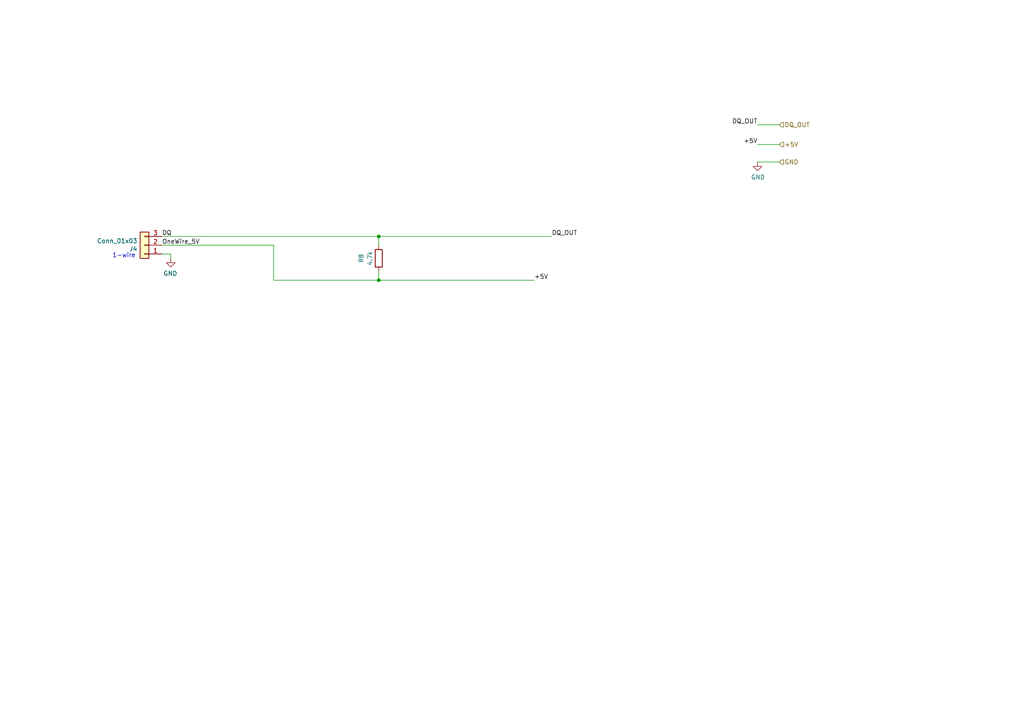
<source format=kicad_sch>
(kicad_sch (version 20211123) (generator eeschema)
  (paper "A4")
  (lib_symbols
    (symbol "Connector_Generic:Conn_01x03" (pin_names (offset 1.016) hide)
      (property "Reference" "J" (at 0 5.08 0))
      (property "Value" "Conn_01x03" (at 0 -5.08 0))
      (symbol "Conn_01x03_1_1"
        (rectangle (start -1.27 -2.413) (end 0 -2.667) (stroke (width 0.1524)))
        (rectangle (start -1.27 0.127) (end 0 -0.127) (stroke (width 0.1524)))
        (rectangle (start -1.27 2.667) (end 0 2.413) (stroke (width 0.1524)))
        (rectangle (start -1.27 3.81) (end 1.27 -3.81) (stroke (width 0.254)) (fill (type background)))
        (pin passive line (at -5.08 2.54 0) (length 3.81) (name "Pin_1") (number "1"))
        (pin passive line (at -5.08 0 0) (length 3.81) (name "Pin_2") (number "2"))
        (pin passive line (at -5.08 -2.54 0) (length 3.81) (name "Pin_3") (number "3"))
      )
    )
    (symbol "Device:R" (pin_numbers hide) (pin_names (offset 0))
      (property "Reference" "R" (at 2.032 0 90))
      (property "Value" "R" (at 0 0 90))
      (symbol "R_0_1"
        (rectangle (start -1.016 -2.54) (end 1.016 2.54) (stroke (width 0.254)))
      )
      (symbol "R_1_1"
        (pin passive line (at 0 3.81 270) (length 1.27) (name "~") (number "1"))
        (pin passive line (at 0 -3.81 90) (length 1.27) (name "~") (number "2"))
      )
    )
    (symbol "power:GND" (power) (pin_names (offset 0))
      (property "Value" "GND" (at 0 -3.81 0))
      (symbol "GND_0_1"
        (polyline (pts (xy 0 0) (xy 0 -1.27) (xy 1.27 -1.27) (xy 0 -2.54) (xy -1.27 -1.27) (xy 0 -1.27)))
      )
      (symbol "GND_1_1"
        (pin power_in line (at 0 0 270) (length 0) hide (name "GND") (number "1"))
      )
    )
  )
  (junction (at 109.855 81.28))
  (junction (at 109.855 68.58))
  (wire (pts (xy 226.06 41.91) (xy 219.71 41.91)))
  (wire (pts (xy 46.99 73.66) (xy 49.53 73.66)))
  (wire (pts (xy 79.375 81.28) (xy 109.855 81.28)))
  (wire (pts (xy 109.855 78.74) (xy 109.855 81.28)))
  (wire (pts (xy 109.855 68.58) (xy 109.855 71.12)))
  (wire (pts (xy 226.06 36.195) (xy 219.71 36.195)))
  (wire (pts (xy 109.855 81.28) (xy 154.94 81.28)))
  (wire (pts (xy 109.855 68.58) (xy 160.02 68.58)))
  (wire (pts (xy 226.06 46.99) (xy 219.71 46.99)))
  (wire (pts (xy 46.99 71.12) (xy 79.375 71.12)))
  (wire (pts (xy 79.375 71.12) (xy 79.375 81.28)))
  (wire (pts (xy 49.53 73.66) (xy 49.53 74.93)))
  (wire (pts (xy 46.99 68.58) (xy 109.855 68.58)))
  (text "1-wire" (at 39.37 74.93 180) (effects (font (size 1.27 1.27)) (justify right bottom)))
  (label "+5V" (at 154.94 81.28 0))
  (label "DQ" (at 46.99 68.58 0))
  (label "DQ_OUT" (at 219.71 36.195 180))
  (label "OneWire_5V" (at 46.99 71.12 0))
  (label "DQ_OUT" (at 160.02 68.58 0))
  (label "+5V" (at 219.71 41.91 180))
  (hierarchical_label "DQ_OUT" (shape input) (at 226.06 36.195 0))
  (hierarchical_label "+5V" (shape input) (at 226.06 41.91 0))
  (hierarchical_label "GND" (shape input) (at 226.06 46.99 0))
  (symbol (lib_id "Connector_Generic:Conn_01x03") (at 41.91 71.12 180) (unit 1)
    (property "Reference" "J4" (at 39.878 72.1868 0) (effects (justify left)))
    (property "Value" "Conn_01x03" (at 39.878 69.8754 0) (effects (justify left)))
    (property "Footprint" "Connector_Molex:Molex_KK-254_AE-6410-03A_1x03_P2.54mm_Vertical" (effects hide))
    (property "LCSC" "C145960" (effects hide))
    (property "Cost" "0.0532" (effects hide))
    (property "Part" "C145960" (effects hide))
  )
  (symbol (lib_id "power:GND") (at 219.71 46.99 0) (unit 1)
    (property "Reference" "#PWR021" (effects hide))
    (property "Value" "GND" (at 219.837 51.3842 0))
  )
  (symbol (lib_id "Device:R") (at 109.855 74.93 0) (unit 1)
    (property "Reference" "R8" (at 104.775 74.93 90))
    (property "Value" "4.7k" (at 107.315 74.93 90))
    (property "Footprint" "Resistor_SMD:R_0805_2012Metric" (effects hide))
    (property "LCSC" "C23162" (effects hide))
    (property "Cost" "0.0009" (effects hide))
    (property "Part" "0603WAF4701T5E" (effects hide))
  )
  (symbol (lib_id "power:GND") (at 49.53 74.93 0) (mirror y) (unit 1)
    (property "Reference" "#PWR019" (effects hide))
    (property "Value" "GND" (at 49.403 79.3242 0))
  )
)
</source>
